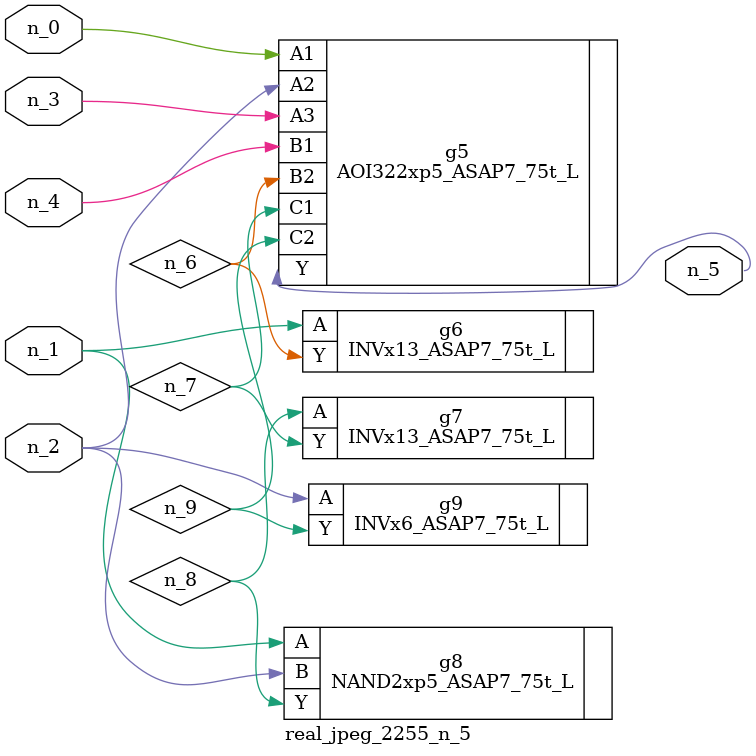
<source format=v>
module real_jpeg_2255_n_5 (n_4, n_0, n_1, n_2, n_3, n_5);

input n_4;
input n_0;
input n_1;
input n_2;
input n_3;

output n_5;

wire n_8;
wire n_6;
wire n_7;
wire n_9;

AOI322xp5_ASAP7_75t_L g5 ( 
.A1(n_0),
.A2(n_2),
.A3(n_3),
.B1(n_4),
.B2(n_6),
.C1(n_7),
.C2(n_9),
.Y(n_5)
);

INVx13_ASAP7_75t_L g6 ( 
.A(n_1),
.Y(n_6)
);

NAND2xp5_ASAP7_75t_L g8 ( 
.A(n_1),
.B(n_2),
.Y(n_8)
);

INVx6_ASAP7_75t_L g9 ( 
.A(n_2),
.Y(n_9)
);

INVx13_ASAP7_75t_L g7 ( 
.A(n_8),
.Y(n_7)
);


endmodule
</source>
